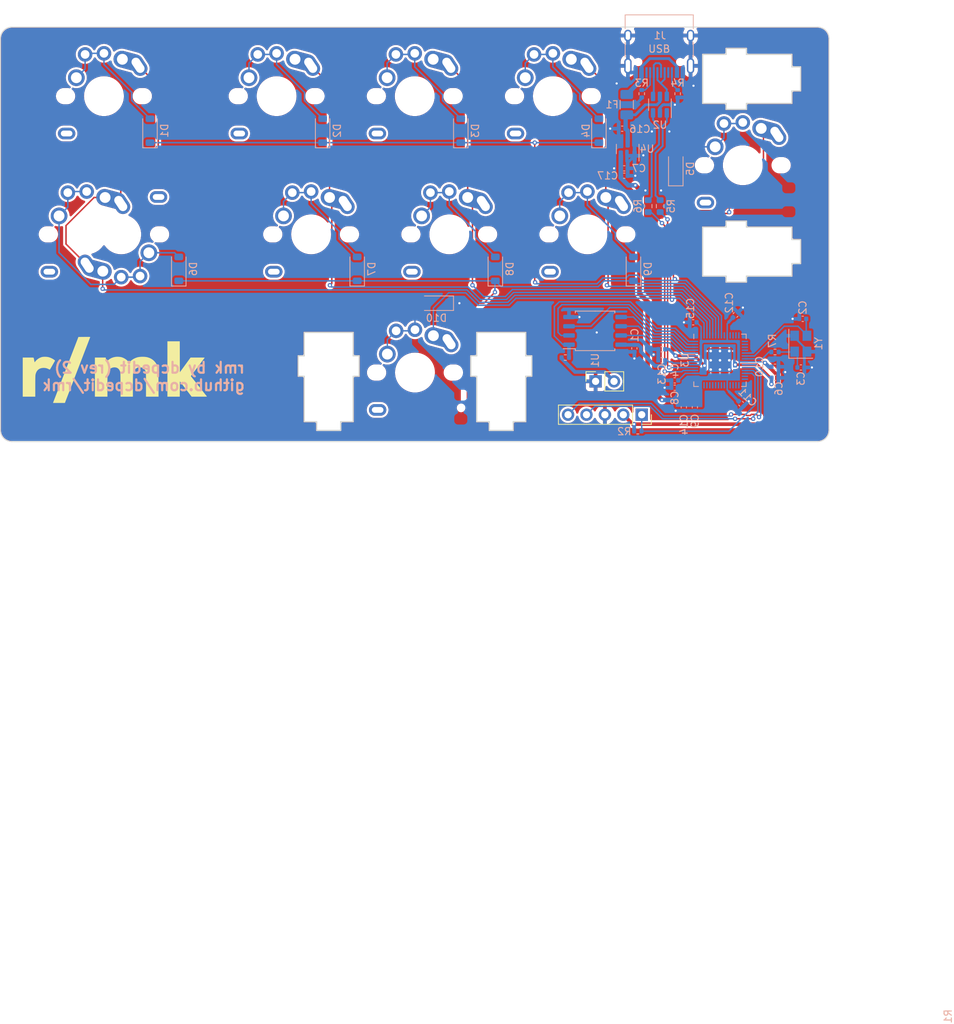
<source format=kicad_pcb>
(kicad_pcb (version 20221018) (generator pcbnew)
  (layers (0 "F.Cu" signal) (31 "B.Cu" signal) (34 "B.Paste" user) (35 "F.Paste" user) (36 "B.SilkS" user "B.Silkscreen") (37 "F.SilkS" user "F.Silkscreen") (38 "B.Mask" user) (39 "F.Mask" user) (44 "Edge.Cuts" user))
  (net 0 "")
  (net 1 "+3V3")
  (net 2 "GND")
  (net 3 "XTAL_IN")
  (net 4 "/XTAL_O")
  (net 5 "+1V1")
  (net 6 "+5V")
  (net 7 "VBUS")
  (net 8 "/CC1")
  (net 9 "D_USB_P")
  (net 10 "D_USB_N")
  (net 12 "/CC2")
  (net 14 "~{RESET}")
  (net 15 "SWD")
  (net 16 "SWCLK")
  (net 17 "/~{USB_BOOT}")
  (net 18 "CS")
  (net 19 "D_P")
  (net 20 "/D_+")
  (net 21 "D_N")
  (net 22 "/D_-")
  (net 23 "XTAL_OUT")
  (net 24 "SD1")
  (net 25 "SD2")
  (net 26 "SD0")
  (net 27 "QSPI_CLK")
  (net 28 "SD3")
  (net 29 "Net-(D1-A)")
  (net 30 "Net-(D2-A)")
  (net 31 "Net-(D3-A)")
  (net 32 "Net-(D4-A)")
  (net 33 "Net-(D5-A)")
  (net 34 "Net-(D6-A)")
  (net 35 "Net-(D7-A)")
  (net 36 "Net-(D8-A)")
  (net 37 "Net-(D9-A)")
  (net 38 "Net-(D10-A)")
  (net 39 "/ROW0")
  (net 40 "/ROW1")
  (net 41 "/COL0")
  (net 42 "/COL1")
  (net 43 "/COL2")
  (net 44 "/COL3")
  (net 45 "/COL4")
  (footprint "Footprints:Low Profile GC plus MX" (layer "F.Cu") (at 37.30625 111.91875)
    (fp_text reference "MX6.175" hide)
    (fp_text value "MX-NoLED")
  )
  (footprint "Footprints:Low Profile GC plus MX" (layer "F.Cu") (at 58.7375 92.86875 180)
    (fp_text reference "MX2" hide)
    (fp_text value "MX-NoLED")
  )
  (footprint "Connector_PinSocket_2.54mm:PinSocket_1x05_P2.54mm_Vertical" (layer "F.Cu") (at 109.093 136.779 -90)
    (fp_text reference "J2" hide)
    (fp_text value "SWD")
  )
  (footprint "Footprints:Low Profile GC plus MX" (layer "F.Cu") (at 77.7875 92.86875 180)
    (fp_text reference "MX3" hide)
    (fp_text value "MX-NoLED")
  )
  (footprint "Footprints:Low Profile GC plus MX" (layer "F.Cu") (at 77.81925 130.96875 180)
    (fp_text reference "MX10" hide)
    (fp_text value "MX-NoLED")
  )
  (footprint "Footprints:Low Profile GC plus MX" (layer "F.Cu") (at 96.8375 92.86875 180)
    (fp_text reference "MX4" hide)
    (fp_text value "MX-NoLED")
  )
  (footprint "Footprints:Low Profile GC plus MX" (layer "F.Cu") (at 82.55 111.91875 180)
    (fp_text reference "MX8" hide)
    (fp_text value "MX-NoLED")
  )
  (footprint "Footprints:Low Profile GC plus MX" (layer "F.Cu") (at 101.6 111.91875 180)
    (fp_text reference "MX9" hide)
    (fp_text value "MX-NoLED")
  )
  (footprint "Footprints:Stabalizers" (layer "F.Cu") (at 123.03125 102.39375 90)
    (fp_text reference "REF**" hide)
    (fp_text value "Stabalizers")
    (fp_line (start -16.100002 -2.3) (end -16.100002 0.499999) (stroke (width 0.15)) (layer "Edge.Cuts"))
    (fp_line (start -16.100002 0.499999) (end -15.275001 0.499999) (stroke (width 0.15)) (layer "Edge.Cuts"))
    (fp_line (start -15.275001 -5.529999) (end -15.275001 -2.3) (stroke (width 0.15)) (layer "Edge.Cuts"))
    (fp_line (start -15.275001 -2.3) (end -16.100002 -2.3) (stroke (width 0.15)) (layer "Edge.Cuts"))
    (fp_line (start -15.275001 0.499999) (end -15.275001 6.769) (stroke (width 0.15)) (layer "Edge.Cuts"))
    (fp_line (start -15.275001 6.769) (end -13.549999 6.769) (stroke (width 0.15)) (layer "Edge.Cuts"))
    (fp_line (start -13.549999 6.769) (end -13.549999 7.97) (stroke (width 0.15)) (layer "Edge.Cuts"))
    (fp_line (start -13.549999 7.97) (end -10.25 7.97) (stroke (width 0.15)) (layer "Edge.Cuts"))
    (fp_line (start -10.25 6.769) (end -8.525002 6.769) (stroke (width 0.15)) (layer "Edge.Cuts"))
    (fp_line (start -10.25 7.97) (end -10.25 6.769) (stroke (width 0.15)) (layer "Edge.Cuts"))
    (fp_line (start -8.525002 -5.529999) (end -15.275001 -5.529999) (stroke (width 0.15)) (layer "Edge.Cuts"))
    (fp_line (start -8.525002 -2.3) (end -8.525002 -5.529999) (stroke (width 0.15)) (layer "Edge.Cuts"))
    (fp_line (start -8.525002 0.499999) (end -7.699997 0.499999) (stroke (width 0.15)) (layer "Edge.Cuts"))
    (fp_line (start -8.525002 6.769) (end -8.525002 0.499999) (stroke (width 0.15)) (layer "Edge.Cuts"))
    (fp_line (start -7.699997 -2.3) (end -8.525002 -2.3) (stroke (width 0.15)) (layer "Edge.Cuts"))
    (fp_line (start -7.699997 0.499999) (end -7.699997 -2.3) (stroke (width 0.15)) (layer "Edge.Cuts"))
    (fp_line (start 7.699996 -2.3) (end 7.699996 0.499999) (stroke (width 0.15)) (layer "Edge.Cuts"))
    (fp_line (start 7.699996 0.499999) (end 8.524997 0.499999) (stroke (width 0.15)) (layer "Edge.Cuts"))
    (fp_line (start 8.524997 -5.529999) (end 8.524997 -2.3) (stroke (width 0.15)) (layer "Edge.Cuts"))
    (fp_line (start 8.524997 -2.3) (end 7.699996 -2.3) (stroke (width 0.15)) (layer "Edge.Cuts"))
    (fp_line (start 8.524997 0.499999) (end 8.524997 6.769) (stroke (width 0.15)) (layer "Edge.Cuts"))
    (fp_line (start 8.524997 6.769) (end 10.249995 6.769) (stroke (width 0.15)) (layer "Edge.Cuts"))
    (fp_line (start 10.249995 6.769) (end 10.249995 7.97) (stroke (width 0.15)) (layer "Edge.Cuts"))
    (fp_line (start 10.249995 7.97) (end 13.549998 7.97) (stroke (width 0.15)) (layer "Edge.Cuts"))
    (fp_line (start 13.549998 6.769) (end 15.274996 6.769) (stroke (width 0.15)) (layer "Edge.Cuts"))
    (fp_line (start 13.549998 7.97) (end 13.549998 6.769) (stroke (width 0.15)) (layer "Edge.Cuts"))
    (fp_line (start 15.274996 -5.529999) (end 8.524997 -5.529999) (stroke (width 0.15)) (layer "Edge.Cuts"))
    (fp_line (start 15.274996 -2.3) (end 15.274996 -5.529999) (stroke (width 0.15)) (layer "Edge.Cuts"))
    (fp_line (start 15.274996 0.499999) (end 16.100001 0.499999) (stroke (width 0.15)) (layer "Edge.Cuts"))
    (fp_line (start 15.274996 6.769) (end 15.274996 0.499999) (stroke (width 0.15)) (layer "Edge.Cuts"))
    (fp_line (start 16.100001 -2.3) (end 15.274996 -2.3) (stroke (width 0.15)) (layer "Edge.Cuts"))
    (fp_line (start 16.100001 0.499999) (end 16.100001 -2.3) (stroke (width 0.15)) (layer "Edge.Cuts"))
  )
  (footprint "Footprints:Low Profile GC plus MX" (layer "F.Cu") (at 123.03125 102.39375 180)
    (fp_text reference "MX5" hide)
    (fp_text value "MX-NoLED")
  )
  (footprint "Footprints:Low Profile GC plus MX" (layer "F.Cu") (at 63.5 111.91875 180)
    (fp_text reference "MX7" hide)
    (fp_text value "MX-NoLED")
  )
  (footprint "Connector_PinSocket_2.54mm:PinSocket_1x02_P2.54mm_Vertical" (layer "F.Cu") (at 102.73125 132.182 90)
    (fp_text reference "SW1" hide)
    (fp_text value "SW_Push" hide)
  )
  (footprint "Footprints:logo" (layer "F.Cu") (at 36.091558 131.216148)
    (fp_text reference "G***" hide)
    (fp_text value "LOGO" hide)
  )
  (footprint "Footprints:Low Profile GC plus MX" (layer "F.Cu") (at 34.925 92.86875 180)
    (fp_text reference "MX1" hide)
    (fp_text value "MX-NoLED")
  )
  (footprint "Footprints:Stabalizers" (layer "F.Cu") (at 77.81925 130.96875)
    (fp_text reference "REF**" hide)
    (fp_text value "Stabalizers")
    (fp_line (start -16.100002 -2.3) (end -16.100002 0.499999) (stroke (width 0.15)) (layer "Edge.Cuts"))
    (fp_line (start -16.100002 0.499999) (end -15.275001 0.499999) (stroke (width 0.15)) (layer "Edge.Cuts"))
    (fp_line (start -15.275001 -5.529999) (end -15.275001 -2.3) (stroke (width 0.15)) (layer "Edge.Cuts"))
    (fp_line (start -15.275001 -2.3) (end -16.100002 -2.3) (stroke (width 0.15)) (layer "Edge.Cuts"))
    (fp_line (start -15.275001 0.499999) (end -15.275001 6.769) (stroke (width 0.15)) (layer "Edge.Cuts"))
    (fp_line (start -15.275001 6.769) (end -13.549999 6.769) (stroke (width 0.15)) (layer "Edge.Cuts"))
    (fp_line (start -13.549999 6.769) (end -13.549999 7.97) (stroke (width 0.15)) (layer "Edge.Cuts"))
    (fp_line (start -13.549999 7.97) (end -10.25 7.97) (stroke (width 0.15)) (layer "Edge.Cuts"))
    (fp_line (start -10.25 6.769) (end -8.525002 6.769) (stroke (width 0.15)) (layer "Edge.Cuts"))
    (fp_line (start -10.25 7.97) (end -10.25 6.769) (stroke (width 0.15)) (layer "Edge.Cuts"))
    (fp_line (start -8.525002 -5.529999) (end -15.275001 -5.529999) (stroke (width 0.15)) (layer "Edge.Cuts"))
    (fp_line (start -8.525002 -2.3) (end -8.525002 -5.529999) (stroke (width 0.15)) (layer "Edge.Cuts"))
    (fp_line (start -8.525002 0.499999) (end -7.699997 0.499999) (stroke (width 0.15)) (layer "Edge.Cuts"))
    (fp_line (start -8.525002 6.769) (end -8.525002 0.499999) (stroke (width 0.15)) (layer "Edge.Cuts"))
    (fp_line (start -7.699997 -2.3) (end -8.525002 -2.3) (stroke (width 0.15)) (layer "Edge.Cuts"))
    (fp_line (start -7.699997 0.499999) (end -7.699997 -2.3) (stroke (width 0.15)) (layer "Edge.Cuts"))
    (fp_line (start 7.699996 -2.3) (end 7.699996 0.499999) (stroke (width 0.15)) (layer "Edge.Cuts"))
    (fp_line (start 7.699996 0.499999) (end 8.524997 0.499999) (stroke (width 0.15)) (layer "Edge.Cuts"))
    (fp_line (start 8.524997 -5.529999) (end 8.524997 -2.3) (stroke (width 0.15)) (layer "Edge.Cuts"))
    (fp_line (start 8.524997 -2.3) (end 7.699996 -2.3) (stroke (width 0.15)) (layer "Edge.Cuts"))
    (fp_line (start 8.524997 0.499999) (end 8.524997 6.769) (stroke (width 0.15)) (layer "Edge.Cuts"))
    (fp_line (start 8.524997 6.769) (end 10.249995 6.769) (stroke (width 0.15)) (layer "Edge.Cuts"))
    (fp_line (start 10.249995 6.769) (end 10.249995 7.97) (stroke (width 0.15)) (layer "Edge.Cuts"))
    (fp_line (start 10.249995 7.97) (end 13.549998 7.97) (stroke (width 0.15)) (layer "Edge.Cuts"))
    (fp_line (start 13.549998 6.769) (end 15.274996 6.769) (stroke (width 0.15)) (layer "Edge.Cuts"))
    (fp_line (start 13.549998 7.97) (end 13.549998 6.769) (stroke (width 0.15)) (layer "Edge.Cuts"))
    (fp_line (start 15.274996 -5.529999) (end 8.524997 -5.529999) (stroke (width 0.15)) (layer "Edge.Cuts"))
    (fp_line (start 15.274996 -2.3) (end 15.274996 -5.529999) (stroke (width 0.15)) (layer "Edge.Cuts"))
    (fp_line (start 15.274996 0.499999) (end 16.100001 0.499999) (stroke (width 0.15)) (layer "Edge.Cuts"))
    (fp_line (start 15.274996 6.769) (end 15.274996 0.499999) (stroke (width 0.15)) (layer "Edge.Cuts"))
    (fp_line (start 16.100001 -2.3) (end 15.274996 -2.3) (stroke (width 0.15)) (layer "Edge.Cuts"))
    (fp_line (start 16.100001 0.499999) (end 16.100001 -2.3) (stroke (width 0.15)) (layer "Edge.Cuts"))
  )
  (footprint "Footprints:Low Profile GC plus MX" (layer "F.Cu") (at 32.54375 111.91875 180)
    (fp_text reference "MX6" hide)
    (fp_text value "MX-NoLED")
  )
  (footprint "Diode_SMD:D_SOD-123" (layer "B.Cu") (at 69.85 116.68125 90)
    (fp_text reference "D7")
    (fp_text value "D")
  )
  (footprint "Capacitor_SMD:C_0402_1005Metric" (layer "B.Cu") (at 113.644018 132.04675 180)
    (fp_text reference "C4")
    (fp_text value "1uF")
  )
  (footprint "Package_TO_SOT_SMD:SOT-23" (layer "B.Cu") (at 107.15575 100.1525 90)
    (fp_text reference "U4")
    (fp_text value "XC6206PxxxMR-Regulator_Linear")
  )
  (footprint "Diode_SMD:D_SOD-123" (layer "B.Cu") (at 84.1375 97.63125 90)
    (fp_text reference "D3")
    (fp_text value "D")
  )
  (footprint "Resistor_SMD:R_0603_1608Metric" (layer "B.Cu") (at 109.982 108.029375 -90)
    (fp_text reference "R6")
    (fp_text value "27R")
  )
  (footprint "Fuse:Fuse_1206_3216Metric" (layer "B.Cu") (at 107.02925 94.0435 -90)
    (fp_text reference "F1")
    (fp_text value "500mA")
  )
  (footprint "Resistor_SMD:R_0402_1005Metric" (layer "B.Cu") (at 109.093 92.535375 -90)
    (fp_text reference "R3")
    (fp_text value "5k1")
  )
  (footprint "Resistor_SMD:R_0402_1005Metric" (layer "B.Cu") (at 114.046 92.535375 -90)
    (fp_text reference "R4")
    (fp_text value "5k1")
  )
  (footprint "Diode_SMD:D_SOD-123" (layer "B.Cu") (at 88.9 116.68125 90)
    (fp_text reference "D8")
    (fp_text value "D")
  )
  (footprint "Capacitor_SMD:C_0402_1005Metric" (layer "B.Cu") (at 122.803893 135.270893 -45)
    (fp_text reference "C11")
    (fp_text value "100nF")
  )
  (footprint "Capacitor_SMD:C_0402_1005Metric" (layer "B.Cu") (at 113.644018 133.06275 180)
    (fp_text reference "C8")
    (fp_text value "1uF")
  )
  (footprint "Diode_SMD:D_SOD-123" (layer "B.Cu") (at 80.773 121.412 180)
    (fp_text reference "D10")
    (fp_text value "D")
  )
  (footprint "Capacitor_SMD:C_0402_1005Metric" (layer "B.Cu") (at 106.68 103.838375 180)
    (fp_text reference "C17")
    (fp_text value "1uF")
  )
  (footprint "Diode_SMD:D_SOD-123" (layer "B.Cu") (at 41.275 97.63125 90)
    (fp_text reference "D1")
    (fp_text value "D")
  )
  (footprint "Capacitor_SMD:C_0402_1005Metric" (layer "B.Cu") (at 111.85025 129.281 180)
    (fp_text reference "C13")
    (fp_text value "100nF")
  )
  (footprint "Capacitor_SMD:C_0402_1005Metric" (layer "B.Cu") (at 106.39375 97.3585)
    (fp_text reference "C16")
    (fp_text value "1uF")
  )
  (footprint "Capacitor_SMD:C_0402_1005Metric" (layer "B.Cu") (at 127.47125 130.17)
    (fp_text reference "C10")
    (fp_text value "100nF")
  )
  (footprint "Capacitor_SMD:C_0402_1005Metric" (layer "B.Cu") (at 116.184018 124.04575 180)
    (fp_text reference "C15")
    (fp_text value "100nF" hide)
  )
  (footprint "Package_TO_SOT_SMD:SOT-23-6" (layer "B.Cu") (at 111.60125 94.0435 90)
    (fp_text reference "U2")
    (fp_text value "USBLC6-2SC6")
  )
  (footprint "Capacitor_SMD:C_0402_1005Metric" (layer "B.Cu") (at 127.47125 131.694)
    (fp_text reference "C6")
    (fp_text value "100nF")
  )
  (footprint "Resistor_SMD:R_0402_1005Metric" (layer "B.Cu") (at 98.552 128.905)
    (fp_text reference "R1")
    (fp_text value "1k")
  )
  (footprint "Diode_SMD:D_SOD-123" (layer "B.Cu") (at 45.24375 116.68125 90)
    (fp_text reference "D6")
    (fp_text value "D")
  )
  (footprint "Capacitor_SMD:C_0402_1005Metric" (layer "B.Cu") (at 111.85025 127.757 180)
    (fp_text reference "C5" hide)
    (fp_text value "100nF")
  )
  (footprint "Diode_SMD:D_SOD-123" (layer "B.Cu") (at 65.0875 97.63125 90)
    (fp_text reference "D2")
    (fp_text value "D")
  )
  (footprint "Capacitor_SMD:C_0402_1005Metric" (layer "B.Cu") (at 108.077 127.635 -90)
    (fp_text reference "C1")
    (fp_text value "100nF" hide)
  )
  (footprint "Capacitor_SMD:C_0402_1005Metric" (layer "B.Cu") (at 131.297018 123.566)
    (fp_text reference "C2")
    (fp_text value "22pF")
  )
  (footprint "Capacitor_SMD:C_0402_1005Metric" (layer "B.Cu") (at 116.42225 135.758 -90)
    (fp_text reference "C9")
    (fp_text value "100nF")
  )
  (footprint "Capacitor_SMD:C_0402_1005Metric" (layer "B.Cu") (at 106.68 102.822375)
    (fp_text reference "C7")
    (fp_text value "10uF")
  )
  (footprint "Capacitor_SMD:C_0402_1005Metric" (layer "B.Cu") (at 131.043018 130.26875 180)
    (fp_text reference "C3")
    (fp_text value "22pF")
  )
  (footprint "Resistor_SMD:R_0603_1608Metric" (layer "B.Cu") (at 111.633 108.029375 -90)
    (fp_text reference "R5")
    (fp_text value "27R")
  )
  (footprint "Sleep-Lib:RP2040-QFN-56" (layer "B.Cu") (at 119.883 129.281 -90)
    (fp_text reference "U3")
    (fp_text value "RP2040")
  )
  (footprint "Crystal:Crystal_SMD_3225-4Pin_3.2x2.5mm" (layer "B.Cu") (at 131.02725 126.995 90)
    (fp_text reference "Y1")
    (fp_text value "12MHz")
  )
  (footprint "Package_SO:SOIC-8_5.23x5.23mm_P1.27mm" (layer "B.Cu") (at 102.66 125.222)
    (fp_text reference "U1")
    (fp_text value "W25Q128JVS")
  )
  (footprint "Resistor_SMD:R_0402_1005Metric" (layer "B.Cu") (at 108.55325 139.049125)
    (fp_text reference "R2")
    (fp_text value "1k")
  )
  (footprint "Diode_SMD:D_SOD-123" (layer "B.Cu") (at 103.1875 97.63125 90)
    (fp_text reference "D4")
    (fp_text value "D")
  )
  (footprint "Capacitor_SMD:C_0402_1005Metric" (layer "B.Cu") (at 122.026018 123.02975 45)
    (fp_text reference "C12")
    (fp_text value "100nF")
  )
  (footprint "Connector_USB:USB_C_Receptacle_HRO_TYPE-C-31-M-12" (layer "B.Cu") (at 111.506 85.56625)
    (fp_text reference "J1")
    (fp_text value "USB_C_Receptacle_USB2.0")
  )
  (footprint "Diode_SMD:D_SOD-123" (layer "B.Cu") (at 107.95 116.68125 90)
    (fp_text reference "D9")
    (fp_text value "D")
  )
  (footprint "Resistor_SMD:R_0402_1005Metric" (layer "B.Cu") (at 127.47125 128.138 180)
    (fp_text reference "R7")
    (fp_text value "1k")
  )
  (footprint "Diode_SMD:D_SOD-123" (layer "B.Cu") (at 113.792 102.87 90)
    (fp_text reference "D5")
    (fp_text value "D")
  )
  (footprint "Capacitor_SMD:C_0402_1005Metric" (layer "B.Cu") (at 114.89825 135.758 -90)
    (fp_text reference "C14")
    (fp_text value "100nF")
  )
  (gr_line (start 134.9375 84.93125) (end 134.9375 138.90625) (stroke (width 0.1)) (layer "Edge.Cuts"))
  (gr_arc (start 22.225 140.49375) (mid 21.102468 140.028782) (end 20.6375 138.90625) (stroke (width 0.1)) (layer "Edge.Cuts"))
  (gr_arc (start 20.6375 84.93125) (mid 21.102468 83.808718) (end 22.225 83.34375) (stroke (width 0.1)) (layer "Edge.Cuts"))
  (gr_line (start 20.6375 138.90625) (end 20.6375 84.93125) (stroke (width 0.1)) (layer "Edge.Cuts"))
  (gr_line (start 133.35 140.49375) (end 22.225 140.49375) (stroke (width 0.1)) (layer "Edge.Cuts"))
  (gr_arc (start 134.9375 138.90625) (mid 134.472532 140.028782) (end 133.35 140.49375) (stroke (width 0.1)) (layer "Edge.Cuts"))
  (gr_arc (start 133.35 83.34375) (mid 134.472532 83.808718) (end 134.9375 84.93125) (stroke (width 0.1)) (layer "Edge.Cuts"))
  (gr_line (start 22.225 83.34375) (end 133.35 83.34375) (stroke (width 0.1)) (layer "Edge.Cuts"))
  (gr_text "USB" (at 111.506 86.36) (layer "B.SilkS") (effects (font (size 1 1))))
  (gr_text "rmk by dcpedit (rev 2)\ngithub.com/dcpedit/rmk" (at 54.5084 133.604) (layer "B.SilkS") (effects (font (size 1.5 1.5) (thickness 0.3) bold) (justify left bottom mirror)))
  (segment (start 107.861922 138.087922) (end 106.553 136.779) (width 0.5) (layer "F.Cu") (net 1))
  (segment (start 108.204 105.156) (end 108.7835 105.7355) (width 0.635) (layer "F.Cu") (net 1))
  (segment (start 108.7835 105.7355) (end 108.7835 120.0865) (width 0.635) (layer "F.Cu") (net 1))
  (segment (start 108.045789 138.087922) (end 107.861922 138.087922) (width 0.5) (layer "F.Cu") (net 1))
  (segment (start 109.905518 132.765518) (end 111.887 134.747) (width 0.635) (layer "F.Cu") (net 1))
  (segment (start 127.729018 136.481782) (end 126.122878 138.087922) (width 0.5) (layer "F.Cu") (net 1))
  (segment (start 127.729018 131.27275) (end 127.729018 136.481782) (width 0.5) (layer "F.Cu") (net 1))
  (segment (start 126.090018 129.63375) (end 127.729018 131.27275) (width 0.5) (layer "F.Cu") (net 1))
  (segment (start 108.7835 120.0865) (end 109.905518 121.208518) (width 0.635) (layer "F.Cu") (net 1))
  (segment (start 126.122878 138.087922) (end 108.045789 138.087922) (width 0.5) (layer "F.Cu") (net 1))
  (segment (start 109.905518 121.208518) (end 109.905518 132.765518) (width 0.635) (layer "F.Cu") (net 1))
  (via (at 111.887 134.747) (size 0.6) (drill 0.3) (layers "F.Cu" "B.Cu") (net 1))
  (via (at 108.204 105.156) (size 0.6) (drill 0.3) (layers "F.Cu" "B.Cu") (net 1))
  (via (at 108.045789 138.087922) (size 0.6) (drill 0.3) (layers "F.Cu" "B.Cu") (net 1))
  (via (at 126.090018 129.63375) (size 0.6) (drill 0.3) (layers "F.Cu" "B.Cu") (net 1))
  (segment (start 113.489018 134.747) (end 114.124018 134.112) (width 0.635) (layer "B.Cu") (net 1))
  (segment (start 120.883 133.35) (end 121.137018 133.604018) (width 0.2) (layer "B.Cu") (net 1))
  (segment (start 108.077 127.155) (end 106.288 127.155) (width 0.5) (layer "B.Cu") (net 1))
  (segment (start 113.263018 129.50675) (end 113.415418 129.65915) (width 0.2) (layer "B.Cu") (net 1))
  (segment (start 116.4455 131.481) (end 116.0455 131.881) (width 0.2) (layer "B.Cu") (net 1))
  (segment (start 114.89825 135.278) (end 116.42225 135.278) (width 0.381) (layer "B.Cu") (net 1))
  (segment (start 123.3205 129.481) (end 122.59125 129.481) (width 0.2) (layer "B.Cu") (net 1))
  (segment (start 106.2 102.822375) (end 106.2 103.838375) (width 0.635) (layer "B.Cu") (net 1))
  (segment (start 116.4455 129.881) (end 117.03925 129.881) (width 0.2) (layer "B.Cu") (net 1))
  (segment (start 108.966 127.508) (end 108.966 128.08675) (width 0.5) (layer "B.Cu") (net 1))
  (segment (start 114.124018 133.06275) (end 114.124018 134.112) (width 0.5) (layer "B.Cu") (net 1))
  (segment (start 121.0825 124.04575) (end 120.883 124.24525) (width 0.2) (layer "B.Cu") (net 1))
  (segment (start 111.887 134.747) (end 113.489018 134.747) (width 0.635) (layer "B.Cu") (net 1))
  (segment (start 125.937268 129.481) (end 123.3205 129.481) (width 0.2) (layer "B.Cu") (net 1))
  (segment (start 106.20575 102.816625) (end 106.2 102.822375) (width 0.381) (layer "B.Cu") (net 1))
  (segment (start 113.415418 129.65915) (end 115.5304 129.65915) (width 0.2) (layer "B.Cu") (net 1))
  (segment (start 117.283 132.7185) (end 117.283 131.84925) (width 0.2) (layer "B.Cu") (net 1))
  (segment (start 116.4455 131.881) (end 115.305768 131.881) (width 0.2) (layer "B.Cu") (net 1))
  (segment (start 113.263018 129.50675) (end 112.851 129.50675) (width 0.2) (layer "B.Cu") (net 1))
  (segment (start 121.0825 124.04575) (end 121.0825 124.001268) (width 0.381) (layer "B.Cu") (net 1))
  (segment (start 116.97125 131.481) (end 116.4455 131.481) (width 0.2) (layer "B.Cu") (net 1))
  (segment (start 117.31125 131.821) (end 116.97125 131.481) (width 0.2) (layer "B.Cu") (net 1))
  (segment (start 112.014 130.048) (end 112.33025 129.73175) (width 0.5) (layer "B.Cu") (net 1))
  (segment (start 107.23778 105.156) (end 108.204 105.156) (width 0.635) (layer "B.Cu") (net 1))
  (segment (start 112.33025 129.73175) (end 112.33025 129.281) (width 0.5) (layer "B.Cu") (net 1))
  (segment (start 108.045789 139.046586) (end 108.04325 139.049125) (width 0.5) (layer "B.Cu") (net 1))
  (segment (start 116.4455 129.481) (end 117.301268 129.481) (width 0.2) (layer "B.Cu") (net 1))
  (segment (start 117.24425 131.881) (end 117.31125 131.948) (width 0.2) (layer "B.Cu") (net 1))
  (segment (start 116.42225 134.983) (end 116.42225 135.278) (width 0.381) (layer "B.Cu") (net 1))
  (segment (start 126.090018 129.63375) (end 125.937268 129.481) (width 0.2) (layer "B.Cu") (net 1))
  (segment (start 112.851 129.50675) (end 112.62525 129.281) (width 0.2) (layer "B.Cu") (net 1))
  (segment (start 106.2 103.838375) (end 106.2 104.11822) (width 0.635) (layer "B.Cu") (net 1))
  (segment (start 108.966 128.08675) (end 110.92725 130.048) (width 0.5) (layer "B.Cu") (net 1))
  (segment (start 117.283 132.7185) (end 117.283 134.12225) (width 0.2) (layer "B.Cu") (net 1))
  (segment (start 116.4455 131.881) (end 117.24425 131.881) (width 0.2) (layer "B.Cu") (net 1))
  (segment (start 120.883 132.7185) (end 120.883 131.83675) (width 0.2) (layer "B.Cu") (net 1))
  (segment (start 117.283 127.010768) (end 117.200018 127.09375) (width 0.2) (layer "B.Cu") (net 1))
  (segment (start 120.883 125.8435) (end 120.883 126.59825) (width 0.2) (layer "B.Cu") (net 1))
  (segment (start 106.2 104.11822) (end 107.23778 105.156) (width 0.635) (layer "B.Cu") (net 1))
  (segment (start 108.966 127.508) (end 108.613 127.155) (width 0.5) (layer "B.Cu") (net 1))
  (segment (start 115.71425 129.481) (end 116.4455 129.481) (width 0.2) (layer "B.Cu") (net 1))
  (segment (start 117.283 124.664732) (end 116.664018 124.04575) (width 0.2) (layer "B.Cu") (net 1))
  (segment (start 117.283 125.8435) (end 117.283 127.010768) (width 0.2) (layer "B.Cu") (net 1))
  (segment (start 108.613 127.155) (end 108.077 127.155) (width 0.5) (layer "B.Cu") (net 1))
  (segment (start 117.283 134.12225) (end 116.42225 134.983) (width 0.2) (layer "B.Cu") (net 1))
  (segment (start 117.301268 129.481) (end 117.327018 129.50675) (width 0.2) (layer "B.Cu") (net 1))
  (segment (start 115.53325 129.662) (end 115.71425 129.481) (width 0.2) (layer "B.Cu") (net 1))
  (segment (start 121.0825 124.001268) (end 121.673018 123.41075) (width 0.381) (layer "B.Cu") (net 1))
  (segment (start 120.883 126.59825) (end 120.86725 126.614) (width 0.2) (layer "B.Cu") (net 1))
  (segment (start 106.20575 101.09) (end 106.20575 102.816625) (width 0.635) (layer "B.Cu") (net 1))
  (segment (start 115.5304 129.65915) (end 115.53325 129.662) (width 0.2) (layer "B.Cu") (net 1))
  (segment (start 126.626268 130.17) (end 126.99125 130.17) (width 0.5) (layer "B.Cu") (net 1))
  (segment (start 126.090018 129.63375) (end 126.626268 130.17) (width 0.5) (layer "B.Cu") (net 1))
  (segment (start 110.92725 130.048) (end 112.014 130.048) (width 0.5) (layer "B.Cu") (net 1))
  (segment (start 115.305768 131.881) (end 114.124018 133.06275) (width 0.2) (layer "B.Cu") (net 1))
  (segment (start 108.045789 138.087922) (end 108.045789 139.046586) (width 0.5) (layer "B.Cu") (net 1))
  (segment (start 116.4455 129.881) (end 115.75225 129.881) (width 0.2) (layer "B.Cu") (net 1))
  (segment (start 121.137018 133.604018) (end 122.464482 134.931482) (width 0.381) (layer "B.Cu") (net 1))
  (segment (start 120.883 133.35) (end 120.883 132.7185) (width 0.2) (layer "B.Cu") (net 1))
  (segment (start 117.283 125.8435) (end 117.283 124.664732) (width 0.2) (layer "B.Cu") (net 1))
  (segment (start 120.883 124.24525) (end 120.883 125.8435) (width 0.2) (layer "B.Cu") (net 1))
  (segment (start 117.283 131.84925) (end 117.31125 131.821) (width 0.2) (layer "B.Cu") (net 1))
  (segment (start 115.75225 129.881) (end 115.53325 129.662) (width 0.2) (layer "B.Cu") (net 1))
  (segment (start 118.608 130.556) (end 118.608 128.006) (width 0.635) (layer "F.Cu") (net 2))
  (segment (start 121.158 130.556) (end 118.608 130.556) (width 0.635) (layer "F.Cu") (net 2))
  (segment (start 121.158 128.006) (end 118.608 128.006) (width 0.635) (layer "F.Cu") (net 2))
  (segment (start 120.858 130.256) (end 121.158 130.556) (width 0.635) (layer "F.Cu") (net 2))
  (segment (start 119.883 130.556) (end 119.883 128.006) (width 0.635) (layer "F.Cu") (net 2))
  (segment (start 121.158 128.006) (end 120.858 128.306) (width 0.635) (layer "F.Cu") (net 2))
  (segment (start 118.608 129.281) (end 121.158 129.281) (width 0.635) (layer "F.Cu") (net 2))
  (segment (start 120.858 128.306) (end 120.858 130.256) (width 0.635) (layer "F.Cu") (net 2))
  (via (at 116.2304 91.44) (size 0.6) (drill 0.3) (layers "F.Cu" "B.Cu") (net 2))
  (via (at 109.601 105.870375) (size 0.6) (drill 0.3) (layers "F.Cu" "B.Cu") (net 2))
  (via (at 110.49 97.742375) (size 0.6) (drill 0.3) (layers "F.Cu" "B.Cu") (net 2))
  (via (at 114.914018 124.04575) (size 0.6) (drill 0.3) (layers "F.Cu" "B.Cu") (net 2))
  (via (at 112.247018 133.06275) (size 0.6) (drill 0.3) (layers "F.Cu" "B.Cu") (net 2))
  (via (at 109.31525 101.0285) (size 0.6) (drill 0.3) (layers "F.Cu" "B.Cu") (net 2))
  (via (at 128.884018 130.90375) (size 0.6) (drill 0.3) (layers "F.Cu" "B.Cu") (net 2))
  (via (at 113.771018 136.23775) (size 0.6) (drill 0.3) (layers "F.Cu" "B.Cu") (net 2))
  (via (at 112.903 97.742375) (size 0.6) (drill 0.3) (layers "F.Cu" "B.Cu") (net 2))
  (via (at 123.8504 134.9248) (size 0.6) (drill 0.3) (layers "F.Cu" "B.Cu") (net 2))
  (via (at 105.283 102.822375) (size 0.6) (drill 0.3) (layers "F.Cu" "B.Cu") (net 2))
  (via (at 100.501 123.317) (size 0.6) (drill 0.3) (layers "F.Cu" "B.Cu") (net 2))
  (via (at 113.665 94.059375) (size 0.6) (drill 0.3) (layers "F.Cu" "B.Cu") (net 2))
  (via (at 110.723018 128.49075) (size 0.6) (drill 0.3) (layers "F.Cu" "B.Cu") (net 2))
  (via (at 111.76 105.870375) (size 0.6) (drill 0.3) (layers "F.Cu" "B.Cu") (net 2))
  (via (at 129.900018 123.566) (size 0.6) (drill 0.3) (layers "F.Cu" "B.Cu") (net 2))
  (via (at 105.63225 91.1225) (size 0.6) (drill 0.3) (layers "F.Cu" "B.Cu") (net 2))
  (via (at 104.74325 97.3455) (size 0.6) (drill 0.3) (layers "F.Cu" "B.Cu") (net 2))
  (via (at 108.204 103.838375) (size 0.6) (drill 0.3) (layers "F.Cu" "B.Cu") (net 2))
  (via (at 108.077 129.032) (size 0.6) (drill 0.3) (layers "F.Cu" "B.Cu") (net 2))
  (via (at 132.567018 130.26875) (size 0.6) (drill 0.3) (layers "F.Cu" "B.Cu") (net 2))
  (via (at 123.042018 122.01375) (size 0.6) (drill 0.3) (layers "F.Cu" "B.Cu") (net 2))
  (via (at 102.885875 125.44425) (size 0.6) (drill 0.3) (layers "F.Cu" "B.Cu") (net 2))
  (segment (start 107.16 102.822375) (end 107.16 102.03575) (width 0.381) (layer "B.Cu") (net 2))
  (segment (start 108.077 128.115) (end 108.077 129.032) (width 0.5) (layer "B.Cu") (net 2))
  (segment (start 114.89825 136.238) (end 116.42225 136.238) (width 0.381) (layer "B.Cu") (net 2))
  (segment (start 116.1669 91.3765) (end 116.2304 91.44) (width 0.381) (layer "B.Cu") (net 2))
  (segment (start 129.192244 123.566) (end 129.900018 123.566) (width 0.2) (layer "B.Cu") (net 2))
  (segment (start 114.756 90.59425) (end 115.53825 91.3765) (width 0.381) (layer "B.Cu") (net 2))
  (segment (start 109.093 93.170375) (end 108.331 93.932375) (width 0.381) (layer "B.Cu") (net 2))
  (segment (start 114.756 89.61125) (end 114.756 90.59425) (width 0.381) (layer "B.Cu") (net 2))
  (segment (start 107.16 103.838375) (end 108.204 103.838375) (width 0.381) (layer "B.Cu") (net 2))
  (segment (start 123.143304 135.610304) (end 123.164896 135.610304) (width 0.381) (layer "B.Cu") (net 2))
  (segment (start 107.66425 90.9955) (end 107.53725 91.1225) (width 0.381) (layer "B.Cu") (net 2))
  (segment (start 108.256 90.40375) (end 107.66425 90.9955) (width 0.381) (layer "B.Cu") (net 2))
  (segment (start 105.91375 97.3585) (end 104.75625 97.3585) (width 0.5) (layer "B.Cu") (net 2))
  (segment (start 108.10575 101.09) (end 109.25375 101.09) (width 0.5) (layer "B.Cu") (net 2))
  (segment (start 113.164018 133.06275) (end 112.247018 133.06275) (width 0.2) (layer "B.Cu") (net 2))
  (segment (start 109.093 93.045375) (end 109.093 93.170375) (width 0.381) (layer "B.Cu") (net 2))
  (segment (start 123.164896 135.610304) (end 123.8504 134.9248) (width 0.381) (layer "B.Cu") (net 2))
  (segment (start 107.16 102.03575) (end 108.10575 101.09) (width 0.381) (layer "B.Cu") (net 2))
  (segment (start 112.014 94.059375) (end 113.032 94.059375) (width 0.381) (layer "B.Cu") (net 2))
  (segment (start 131.87725 127.848022) (end 130.17725 126.148022) (width 0.254) (layer "B.Cu") (net 2))
  (segment (start 124.477244 128.281) (end 129.192244 123.566) (width 0.2) (layer "B.Cu") (net 2))
  (segment (start 104.75625 97.3585) (end 104.74325 97.3455) (width 0.5) (layer "B.Cu") (net 2))
  (segment (start 108.256 89.61125) (end 108.256 90.40375) (width 0.381) (layer "B.Cu") (net 2))
  (segment (start 115.53825 91.3765) (end 116.1669 91.3765) (width 0.381) (layer "B.Cu") (net 2))
  (segment (start 131.523018 130.26875) (end 132.567018 130.26875) (width 0.381) (layer "B.Cu") (net 2))
  (segment (start 123.3205 128.281) (end 124.477244 128.281) (width 0.2) (layer "B.Cu") (net 2))
  (segment (start 113.771018 136.23775) (end 114.898 136.23775) (width 0.381) (layer "B.Cu") (net 2))
  (segment (start 131.523018 130.26875) (end 131.523018 128.449232) (width 0.381) (layer "B.Cu") (net 2))
  (segment (start 115.704018 124.04575) (end 114.914018 124.04575) (width 0.381) (layer "B.Cu") (net 2))
  (segment (start 122.365429 122.690339) (end 123.042018 122.01375) (width 0.381) (layer "B.Cu") (net 2))
  (segment (start 111.60125 95.181) (end 111.60125 94.472125) (width 0.381) (layer "B.Cu") (net 2))
  (segment (start 99.06 123.317) (end 100.501 123.317) (width 0.381) (layer "B.Cu") (net 2))
  (segment (start 111.60125 94.472125) (end 112.014 94.059375) (width 0.381) (layer "B.Cu") (net 2))
  (segment (start 107.53725 91.1225) (end 105.63225 91.1225) (width 0.381) (layer "B.Cu") (net 2))
  (segment (start 111.37025 127.757) (end 111.37025 129.281) (width 0.5) (layer "B.Cu") (net 2))
  (segment (start 109.25375 101.09) (end 109.31525 101.0285) (width 0.5) (layer "B.Cu") (net 2))
  (segment (start 129.900018 123.566) (end 130.817018 123.566) (width 0.381) (layer "B.Cu") (net 2))
  (segment (start 123.3205 128.681) (end 124.64225 128.681) (width 0.2) (layer "B.Cu") (net 3))
  (segment (start 128.74125 124.582) (end 130.64625 124.582) (width 0.2) (layer "B.Cu") (net 3))
  (segment (start 124.64225 128.681) (end 128.74125 124.582) (width 0.2) (layer "B.Cu") (net 3))
  (segment (start 131.777018 123.566) (end 131.777018 125.794768) (width 0.2) (layer "B.Cu") (net 3))
  (segment (start 130.64625 124.582) (end 131.87725 125.813) (width 0.2) (layer "B.Cu") (net 3))
  (segment (start 130.563018 130.26875) (end 130.563018 128.480768) (width 0.2) (layer "B.Cu") (net 4))
  (segment (start 130.13425 128.138) (end 127.98125 128.138) (width 0.2) (layer "B.Cu") (net 4))
  (segment (start 121.9825 129.88775) (end 125.03 129.88775) (width 0.381) (layer "F.Cu") (net 5))
  (segment (start 117.74525 130.01475) (end 116.3765 128.646) (width 0.381) (layer "F.Cu") (net 5))
  (segment (start 126.979018 131.836768) (end 126.979018 132.55475) (width 0.381) (layer "F.Cu") (net 5))
  (segment (start 125.03 129.88775) (end 126.979018 131.836768) (width 0.381) (layer "F.Cu") (net 5))
  (segment (start 116.3765 128.646) (end 113.75525 128.646) (width 0.381) (layer "F.Cu") (net 5))
  (via (at 117.74525 130.01475) (size 0.6) (drill 0.35) (layers "F.Cu" "B.Cu") (net 5))
  (via (at 113.75525 128.646) (size 0.6) (drill 0.3) (layers "F.Cu" "B.Cu") (net 5))
  (via (at 126.979018 132.55475) (size 0.6) (drill 0.3) (layers "F.Cu" "B.Cu") (net 5))
  (via (at 121.9825 129.88775) (size 0.6) (drill 0.35) (layers "F.Cu" "B.Cu") (net 5))
  (segment (start 124.88325 129.881) (end 123.3205 129.881) (width 0.2) (layer "B.Cu") (net 5))
  (segment (start 126.979018 132.55475) (end 126.99125 132.542518) (width 0.5) (layer "B.Cu") (net 5))
  (segment (start 114.19025 129.081) (end 116.4455 129.081) (width 0.2) (layer "B.Cu") (net 5))
  (segment (start 116.4455 131.081) (end 117.28925 131.081) (width 0.2) (layer "B.Cu") (net 5))
  (segment (start 126.99125 132.542518) (end 126.99125 131.694) (width 0.5) (layer "B.Cu") (net 5))
  (segment (start 115.089768 131.081) (end 114.124018 132.04675) (width 0.2) (layer "B.Cu") (net 5))
  (segment (start 117.74525 130.01475) (end 117.817037 129.942963) (width 0.381) (layer "B.Cu") (net 5))
  (segment (start 116.4455 131.081) (end 115.089768 131.081) (width 0.2) (layer "B.Cu") (net 5))
  (segment (start 117.28925 131.081) (end 117.43825 130.932) (width 0.2) (layer "B.Cu") (net 5))
  (segment (start 126.69625 131.694) (end 124.88325 129.881) (width 0.2) (layer "B.Cu") (net 5))
  (segment (start 113.75525 128.646) (end 112.86625 127.757) (width 0.381) (layer "B.Cu") (net 5))
  (segment (start 112.86625 127.757) (end 112.62525 127.757) (width 0.381) (layer "B.Cu") (net 5))
  (segment (start 113.75525 128.646) (end 114.19025 129.081) (width 0.2) (layer "B.Cu") (net 5))
  (segment (start 107.15575 97.6405) (end 106.87375 97.3585) (width 0.6) (layer "B.Cu") (net 6))
  (segment (start 111.19302 94.059375) (end 109.601 94.059375) (width 0.381) (layer "B.Cu") (net 6))
  (segment (start 111.60125 93.651145) (end 111.19302 94.059375) (width 0.381) (layer "B.Cu") (net 6))
  (segment (start 108.216875 95.4435) (end 107.02925 95.4435) (width 0.381) (layer "B.Cu") (net 6))
  (segment (start 111.60125 92.906) (end 111.60125 93.651145) (width 0.381) (layer "B.Cu") (net 6))
  (segment (start 109.601 94.059375) (end 108.216875 95.4435) (width 0.381) (layer "B.Cu") (net 6))
  (segment (start 107.15575 99.215) (end 107.15575 97.6405) (width 0.6) (layer "B.Cu") (net 6))
  (segment (start 106.87375 97.3585) (end 106.87375 95.599) (width 0.6) (layer "B.Cu") (net 6))
  (segment (start 109.056 88.84175) (end 110.20425 87.6935) (width 0.381) (layer "B.Cu") (net 7))
  (segment (start 113.956 88.80883) (end 113.956 89.61125) (width 0.381) (layer "B.Cu") (net 7))
  (segment (start 112.84067 87.6935) (end 113.956 88.80883) (width 0.381) (layer "B.Cu") (net 7))
  (segment (start 110.20425 87.6935) (end 112.84067 87.6935) (width 0.381) (layer "B.Cu") (net 7))
  (segment (start 109.056 90.61675) (end 107.02925 92.6435) (width 0.6) (layer "B.Cu") (net 7))
  (segment (start 109.056 89.61125) (end 109.056 88.84175) (width 0.381) (layer "B.Cu") (net 7))
  (segment (start 109.056 89.61125) (end 109.056 90.61675) (width 0.6) (layer "B.Cu") (net 7))
  (segment (start 109.555375 92.025375) (end 109.093 92.025375) (width 0.2) (layer "B.Cu") (net 8))
  (segment (start 110.256 91.32475) (end 109.555375 92.025375) (width 0.2) (layer "B.Cu") (net 8))
  (segment (start 110.256 89.61125) (end 110.256 91.32475) (width 0.2) (layer "B.Cu") (net 8))
  (segment (start 111.699796 91.083068) (end 112.55125 91.934522) (width 0.254) (layer "B.Cu") (net 9))
  (segment (start 111.256 89.61125) (end 111.256 90.639272) (width 0.254) (layer "B.Cu") (net 9))
  (segment (start 112.55125 91.934522) (end 112.55125 92.906) (width 0.254) (layer "B.Cu") (net 9))
  (segment (start 111.699796 91.083068) (end 112.256 90.526864) (width 0.254) (layer "B.Cu") (net 9))
  (segment (start 111.256 90.639272) (end 111.699796 91.083068) (width 0.254) (layer "B.Cu") (net 9))
  (segment (start 112.256 90.526864) (end 112.256 89.61125) (width 0.254) (layer "B.Cu") (net 9))
  (segment (start 111.756 88.583228) (end 111.756 89.61125) (width 0.254) (layer "B.Cu") (net 10))
  (segment (start 110.756 92.80125) (end 110.756 89.61125) (width 0.254) (layer "B.Cu") (net 10))
  (segment (start 110.756 88.583228) (end 111.010728 88.3285) (width 0.254) (layer "B.Cu") (net 10))
  (segment (start 111.501272 88.3285) (end 111.756 88.583228) (width 0.254) (layer "B.Cu") (net 10))
  (segment (start 110.756 89.61125) (end 110.756 88.583228) (width 0.254) (layer "B.Cu") (net 10))
  (segment (start 111.010728 88.3285) (end 111.501272 88.3285) (width 0.254) (layer "B.Cu") (net 10))
  (segment (start 113.256 89.61125) (end 113.256 91.235375) (width 0.2) (layer "B.Cu") (net 12))
  (segment (start 113.256 91.235375) (end 114.046 92.025375) (width 0.2) (layer "B.Cu") (net 12))
  (segment (start 109.06325 139.049125) (end 109.093 139.019375) (width 0.2) (layer "B.Cu") (net 14))
  (segment (start 123.3205 131.081) (end 124.292274 131.081) (width 0.2) (layer "B.Cu") (net 14))
  (segment (start 124.292274 131.081) (end 124.711538 131.500264) (width 0.2) (layer "B.Cu") (net 14))
  (segment (start 121.108626 139.049125) (end 109.06325 139.049125) (width 0.2) (layer "B.Cu") (net 14))
  (segment (start 124.711538 131.500264) (end 124.711538 135.446213) (width 0.2) (layer "B.Cu") (net 14))
  (segment (start 124.711538 135.446213) (end 121.108626 139.049125) (width 0.2) (layer "B.Cu") (net 14))
  (segment (start 109.093 139.019375) (end 109.093 136.779) (width 0.2) (layer "B.Cu") (net 14))
  (segment (start 124.464102 137.338422) (end 121.9708 137.338422) (width 0.2) (layer "F.Cu") (net 15))
  (via (at 124.464102 137.338422) (size 0.6) (drill 0.3) (layers "F.Cu" "B.Cu") (net 15))
  (via (at 121.9708 137.338422) (size 0.6) (drill 0.3) (layers "F.Cu" "B.Cu") (net 15))
  (segment (start 110.243 135.629) (end 111.952422 137.338422) (width 0.2) (layer "B.Cu") (net 15))
  (segment (start 123.3205 130.681) (end 124.45796 130.681) (width 0.2) (layer "B.Cu") (net 15))
  (segment (start 101.473 136.779) (end 102.623 135.629) (width 0.2) (layer "B.Cu") (net 15))
  (segment (start 124.464102 137.056898) (end 124.464102 137.338422) (width 0.2) (layer "B.Cu") (net 15))
  (segment (start 125.111538 136.409462) (end 124.464102 137.056898) (width 0.2) (layer "B.Cu") (net 15))
  (segment (start 102.623 135.629) (end 110.243 135.629) (width 0.2) (layer "B.Cu") (net 15))
  (segment (start 125.111538 131.334579) (end 125.111538 136.409462) (width 0.2) (layer "B.Cu") (net 15))
  (segment (start 124.45796 130.681) (end 125.111538 131.334579) (width 0.2) (layer "B.Cu") (net 15))
  (segment (start 111.952422 137.338422) (end 121.9708 137.338422) (width 0.2) (layer "B.Cu") (net 15))
  (segment (start 124.902022 136.738422) (end 125.266211 137.102611) (width 0.2) (layer "F.Cu") (net 16))
  (segment (start 121.3104 136.938422) (end 121.5104 136.738422) (width 0.2) (layer "F.Cu") (net 16))
  (segment (start 123.422893 136.738422) (end 123.571364 136.886893) (width 0.2) (layer "F.Cu") (net 16))
  (segment (start 123.571364 136.886893) (end 124.067102 136.886893) (width 0.2) (layer "F.Cu") (net 16))
  (segment (start 124.067102 136.886893) (end 124.215573 136.738422) (width 0.2) (layer "F.Cu") (net 16))
  (segment (start 124.215573 136.738422) (end 124.902022 136.738422) (width 0.2) (layer "F.Cu") (net 16))
  (segment (start 121.5104 136.738422) (end 123.422893 136.738422) (width 0.2) (layer "F.Cu") (net 16))
  (via (at 125.266211 137.102611) (size 0.6) (drill 0.3) (layers "F.Cu" "B.Cu") (net 16))
  (via (at 121.412 136.738922) (size 0.6) (drill 0.3) (layers "F.Cu" "B.Cu") (net 16))
  (segment (start 112.776 136.938422) (end 121.3104 136.938422) (width 0.2) (layer "B.Cu") (net 16))
  (segment (start 110.408686 135.229) (end 110.643 135.463315) (width 0.2) (layer "B.Cu") (net 16))
  (segment (start 98.933 136.779) (end 100.483 135.229) (width 0.2) (layer "B.Cu") (net 16))
  (segment (start 125.511538 131.168894) (end 125.511538 136.857284) (width 0.2) (layer "B.Cu") (net 16))
  (segment (start 103.8352 135.229) (end 110.408686 135.229) (width 0.2) (layer "B.Cu") (net 16))
  (segment (start 112.118108 136.938422) (end 112.776 136.938422) (width 0.2) (layer "B.Cu") (net 16))
  (segment (start 100.483 135.229) (end 103.8352 135.229) (width 0.2) (layer "B.Cu") (net 16))
  (segment (start 123.3205 130.281) (end 124.623646 130.281001) (width 0.2) (layer "B.Cu") (net 16))
  (segment (start 124.623646 130.281001) (end 125.511538 131.168894) (width 0.2) (layer "B.Cu") (net 16))
  (segment (start 125.511538 136.857284) (end 125.266211 137.102611) (width 0.2) (layer "B.Cu") (net 16))
  (segment (start 111.643443 136.463757) (end 112.118108 136.938422) (width 0.2) (layer "B.Cu") (net 16))
  (segment (start 110.643 135.463315) (end 111.643443 136.463757) (width 0.2) (layer "B.Cu") (net 16))
  (segment (start 99.891685 130.882) (end 103.97125 130.882) (width 0.5) (layer "B.Cu") (net 17))
  (segment (start 103.97125 130.882) (end 105.27125 132.182) (width 0.5) (layer "B.Cu") (net 17))
  (segment (start 98.042 129.032315) (end 99.891685 130.882) (width 0.5) (layer "B.Cu") (net 17))
  (segment (start 98.042 128.905) (end 98.042 129.032315) (width 0.5) (layer "B.Cu") (net 17))
  (segment (start 97.715914 121.216211) (end 107.525259 121.216211) (width 0.2) (layer "B.Cu") (net 18))
  (segment (start 98.240994 127.127) (end 97.043875 125.929881) (width 0.2) (layer "B.Cu") (net 18))
  (segment (start 107.525259 121.216211) (end 111.172909 124.863861) (width 0.2) (layer "B.Cu") (net 18))
  (segment (start 115.551018 126.681) (end 116.4455 126.681) (width 0.2) (layer "B.Cu") (net 18))
  (segment (start 99.06 127.127) (end 98.240994 127.127) (width 0.2) (layer "B.Cu") (net 18))
  (segment (start 111.172909 124.863861) (end 113.733879 124.863861) (width 0.2) (layer "B.Cu") (net 18))
  (segment (start 99.058 128.905) (end 99.058 127.129) (width 0.5) (layer "B.Cu") (net 18))
  (segment (start 97.043875 121.88825) (end 97.715914 121.216211) (width 0.2) (layer "B.Cu") (net 18))
  (segment (start 97.043875 125.929881) (end 97.043875 121.88825) (width 0.2) (layer "B.Cu") (net 18))
  (segment (start 113.733879 124.863861) (end 115.551018 126.681) (width 0.2) (layer "B.Cu") (net 18))
  (segment (start 112.55125 96.3935) (end 111.98025 96.9645) (width 0.254) (layer "B.Cu") (net 19))
  (segment (start 110.998 106.569375) (end 111.633 107.204375) (width 0.254) (layer "B.Cu") (net 19))
  (segment (start 110.998 100.718132) (end 110.998 106.569375) (width 0.254) (layer "B.Cu") (net 19))
  (segment (start 111.98025 99.735882) (end 110.998 100.718132) (width 0.254) (layer "B.Cu") (net 19))
  (segment (start 111.98025 96.9645) (end 111.98025 99.735882) (width 0.254) (layer "B.Cu") (net 19))
  (segment (start 112.55125 95.181) (end 112.55125 96.3935) (width 0.254) (layer "B.Cu") (net 19))
  (segment (start 112.861715 130.260234) (end 112.663018 130.061537) (width 0.2) (layer "F.Cu") (net 20))
  (segment (start 112.663018 111.76) (end 112.663018 109.869018) (width 0.2) (layer "F.Cu") (net 20))
  (segment (start 112.663018 130.061537) (end 112.663018 111.76) (width 0.2) (layer "F.Cu") (net 20))
  (segment (start 112.663018 109.869018) (end 112.649 109.855) (width 0.2) (layer "F.Cu") (net 20))
  (via (at 112.649 109.855) (size 0.6) (drill 0.3) (layers "F.Cu" "B.Cu") (net 20))
  (via (at 112.861715 130.260234) (size 0.6) (drill 0.3) (layers "F.Cu" "B.Cu") (net 20))
  (segment (start 112.882481 130.281) (end 112.861715 130.260234) (width 0.2) (layer "B.Cu") (net 20))
  (segment (start 112.649 109.855) (end 112.633625 109.855) (width 0.2) (layer "B.Cu") (net 20))
  (segment (start 116.4455 130.281) (end 116.44502 130.28148) (width 0.2) (layer "B.Cu") (net 20))
  (segment (start 116.4455 130.281) (end 112.882481 130.281) (width 0.2) (layer "B.Cu") (net 20))
  (segment (start 112.633625 109.855) (end 111.633 108.854375) (width 0.2) (layer "B.Cu") (net 20))
  (segment (start 110.46025 106.726125) (end 109.982 107.204375) (width 0.254) (layer "B.Cu") (net 21))
  (segment (start 111.47625 96.9645) (end 111.47625 99.527118) (width 0.254) (layer "B.Cu") (net 21))
  (segment (start 110.65125 96.1395) (end 111.47625 96.9645) (width 0.254) (layer "B.Cu") (net 21))
  (segment (start 110.65125 95.181) (end 110.65125 96.1395) (width 0.254) (layer "B.Cu") (net 21))
  (segment (start 111.47625 99.527118) (end 110.46025 100.543118) (width 0.254) (layer "B.Cu") (net 21))
  (segment (start 110.46025 100.543118) (end 110.46025 106.726125) (width 0.254) (layer "B.Cu") (net 21))
  (segment (start 112.263018 126.873) (end 112.261715 126.874303) (width 0.2) (layer "F.Cu") (net 22))
  (segment (start 112.261715 126.874303) (end 112.261715 130.803715) (width 0.2) (layer "F.Cu") (net 22))
  (segment (start 112.263018 111.379) (end 112.263018 115.062) (width 0.2) (layer "F.Cu") (net 22))
  (segment (start 112.263018 115.062) (end 112.263018 126.873) (width 0.2) (layer "F.Cu") (net 22))
  (segment (start 112.263018 110.739018) (end 112.263018 111.379) (width 0.2) (layer "F.Cu") (net 22))
  (segment (start 112.261715 130.803715) (end 112.268 130.81) (width 0.2) (layer "F.Cu") (net 22))
  (segment (start 111.887 110.363) (end 112.263018 110.739018) (width 0.2) (layer "F.Cu") (net 22))
  (via (at 111.887 110.363) (size 0.6) (drill 0.3) (layers "F.Cu" "B.Cu") (net 22))
  (via (at 112.268 130.81) (size 0.6) (drill 0.3) (layers "F.Cu" "B.Cu") (net 22))
  (segment (start 112.268 130.81) (end 112.318234 130.860234) (width 0.2) (layer "B.Cu") (net 22))
  (segment (start 114.808 130.681) (end 116.4455 130.681) (width 0.2) (layer "B.Cu") (net 22))
  (segment (start 112.318234 130.860234) (end 114.628766 130.860234) (width 0.2) (layer "B.Cu") (net 22))
  (segment (start 110.378375 108.854375) (end 111.887 110.363) (width 0.2) (layer "B.Cu") (net 22))
  (segment (start 114.628766 130.860234) (end 114.808 130.681) (width 0.2) (layer "B.Cu") (net 22))
  (segment (start 109.982 108.854375) (end 110.378375 108.854375) (width 0.2) (layer "B.Cu") (net 22))
  (segment (start 126.64625 128.138) (end 125.70325 129.081) (width 0.2) (layer "B.Cu") (net 23))
  (segment (start 126.96125 128.138) (end 126.64625 128.138) (width 0.2) (layer "B.Cu") (net 23))
  (segment (start 125.70325 129.081) (end 123.3205 129.081) (width 0.2) (layer "B.Cu") (net 23))
  (segment (start 107.359092 121.61573) (end 111.007223 125.263861) (width 0.2) (layer "B.Cu") (net 24))
  (segment (start 98.078395 121.61573) (end 107.359092 121.61573) (width 0.2) (layer "B.Cu") (net 24))
  (segment (start 111.007223 125.263861) (end 113.568193 125.263861) (width 0.2) (layer "B.Cu") (net 24))
  (segment (start 99.06 125.857) (end 97.964625 125.857) (width 0.2) (layer "B.Cu") (net 24))
  (segment (start 97.551875 125.44425) (end 97.551875 122.14225) (width 0.2) (layer "B.Cu") (net 24))
  (segment (start 115.385331 127.081) (end 116.4455 127.081) (width 0.2) (layer "B.Cu") (net 24))
  (segment (start 97.551875 122.14225) (end 98.078395 121.61573) (width 0.2) (layer "B.Cu") (net 24))
  (segment (start 97.964625 125.857) (end 97.551875 125.44425) (width 0.2) (layer "B.Cu") (net 24))
  (segment (start 113.568193 125.263861) (end 115.385331 127.081) (width 0.2) (layer "B.Cu") (net 24))
  (segment (start 107.192926 122.01525) (end 110.841537 125.663861) (width 0.2) (layer "B.Cu") (net 25))
  (segment (start 107.0864 122.01525) (end 104.67975 122.01525) (width 0.2) (layer "B.Cu") (net 25))
  (segment (start 107.0864 122.01525) (end 107.192926 122.01525) (width 0.2) (layer "B.Cu") (net 25))
  (segment (start 113.402507 125.663861) (end 115.219645 127.481) (width 0.2) (layer "B.Cu") (net 25))
  (segment (start 115.219645 127.481) (end 116.4455 127.481) (width 0.2) (layer "B.Cu") (net 25))
  (segment (start 102.108 124.587) (end 99.06 124.587) (width 0.2) (layer "B.Cu") (net 25))
  (segment (start 110.841537 125.663861) (end 113.402507 125.663861) (width 0.2) (layer "B.Cu") (net 25))
  (segment (start 104.67975 122.01525) (end 102.108 124.587) (width 0.2) (layer "B.Cu") (net 25))
  (segment (start 116.4455 127.881) (end 115.316 127.881) (width 0.2) (layer "B.Cu") (net 26))
  (segment (start 106.26 123.317) (end 107.92899 123.317) (width 0.2) (layer "B.Cu") (net 26))
  (segment (start 107.92899 123.317) (end 110.675851 126.063861) (width 0.2) (layer "B.Cu") (net 26))
  (segment (start 115.05396 127.881) (end 115.316 127.881) (width 0.2) (layer "B.Cu") (net 26))
  (segment (start 113.236821 126.063861) (end 115.05396 127.881) (width 0.2) (layer "B.Cu") (net 26))
  (segment (start 110.675851 126.063861) (end 113.236821 126.063861) (width 0.2) (layer "B.Cu") (net 26))
  (segment (start 115.316 127.881) (end 115.05328 127.881) (width 0.2) (layer "B.Cu") (net 26))
  (segment (start 113.306129 126.698855) (end 114.888274 128.281) (width 0.2) (layer "B.Cu") (net 27))
  (segment (start 110.510166 126.463861) (end 113.071815 126.463861) (width 0.2) (layer "B.Cu") (net 27))
  (segment (start 113.306129 126.698176) (end 113.306129 126.698855) (width 0.2) (layer "B.Cu") (net 27))
  (segment (start 108.633305 124.587) (end 110.510166 126.463861) (width 0.2) (layer "B.Cu") (net 27))
  (segment (start 106.26 124.587) (end 108.633305 124.587) (width 0.2) (layer "B.Cu") (net 27))
  (segment (start 113.071815 126.463861) (end 113.306129 126.698176) (width 0.2) (layer "B.Cu") (net 27))
  (segment (start 114.888274 128.281) (end 116.4455 128.281) (width 0.2) (layer "B.Cu") (net 27))
  (segment (start 114.723268 128.681) (end 116.4455 128.681) (width 0.2) (layer "B.Cu") (net 28))
  (segment (start 110.34448 126.863861) (end 112.906129 126.863861) (width 0.2) (layer "B.Cu") (net 28))
  (segment (start 106.26 125.857) (end 109.337619 125.857) (width 0.2) (layer "B.Cu") (net 28))
  (segment (start 112.906129 126.863861) (end 114.723268 128.681) (width 0.2) (layer "B.Cu") (net 28))
  (segment (start 109.337619 125.857) (end 110.34448 126.863861) (width 0.2) (layer "B.Cu") (net 28))
  (segment (start 34.925 86.96875) (end 34.925 88.506338) (width 0.2) (layer "B.Cu") (net 29))
  (segment (start 38.7604 93.46665) (end 41.275 95.98125) (width 0.2) (layer "B.Cu") (net 29))
  (segment (start 32.325 87.11875) (end 32.325 89.11875) (width 0.2) (layer "B.Cu") (net 29))
  (segment (start 38.7604 92.341738) (end 38.7604 93.46665) (width 0.2) (layer "B.Cu") (net 29))
  (segment (start 32.325 89.11875) (end 31.115 90.32875) (width 0.2) (layer "B.Cu") (net 29))
  (segment (start 34.925 86.96875) (end 32.475 86.96875) (width 0.2) (layer "B.Cu") (net 29))
  (segment (start 34.925 88.506338) (end 38.7604 92.341738) (width 0.2) (layer "B.Cu") (net 29))
  (segment (start 32.475 86.96875) (end 32.325 87.11875) (width 0.2) (layer "B.Cu") (net 29))
  (segment (start 54.9275 90.32875) (end 54.9275 88.32875) (width 0.2) (layer "B.Cu") (net 30))
  (segment (start 58.7375 88.506338) (end 62.5925 92.361338) (width 0.2) (layer "B.Cu") (net 30))
  (segment (start 56.1375 87.11875) (end 58.5875 87.11875) (width 0.2) (layer "B.Cu") (net 30))
  (segment (start 54.9275 88.32875) (end 56.1375 87.11875) (width 0.2) (layer "B.Cu") (net 30))
  (segment (start 62.5925 92.361338) (end 62.5925 93.48625) (width 0.2) (layer "B.Cu") (net 30))
  (segment (start 58.7375 86.96875) (end 58.7375 88.506338) (width 0.2) (layer "B.Cu") (net 30))
  (segment (start 62.5925 93.48625) (end 65.0875 95.98125) (width 0.2) (layer "B.Cu") (net 30))
  (segment (start 58.5875 87.11875) (end 58.7375 86.96875) (width 0.2) (layer "B.Cu") (net 30))
  (segment (start 73.9775 88.32875) (end 75.1875 87.11875) (width 0.2) (layer "B.Cu") (net 31))
  (segment (start 77.6375 87.11875) (end 77.7875 86.96875) (width 0.2) (layer "B.Cu") (net 31))
  (segment (start 81.6425 93.48625) (end 84.1375 95.98125) (width 0.2) (layer "B.Cu") (net 31))
  (segment (start 77.7875 88.838241) (end 81.6425 92.693241) (width 0.2) (layer "B.Cu") (net 31))
  (segment (start 75.1875 87.11875) (end 77.6375 87.11875) (width 0.2) (layer "B.Cu") (net 31))
  (segment (start 77.7875 86.96875) (end 77.7875 88.838241) (width 0.2) (layer "B.Cu") (net 31))
  (segment (start 81.6425 92.693241) (end 81.6425 93.48625) (width 0.2) (layer "B.Cu") (net 31))
  (segment (start 73.9775 90.32875) (end 73.9775 88.32875) (width 0.2) (layer "B.Cu") (net 31))
  (segment (start 94.2375 87.11875) (end 96.6875 87.11875) (width 0.2) (layer "B.Cu") (net 32))
  (segment (start 96.6875 87.11875) (end 96.8375 86.96875) (width 0.2) (layer "B.Cu") (net 32))
  (segment (start 100.546052 93.339802) (end 103.1875 95.98125) (width 0.2) (layer "B.Cu") (net 32))
  (segment (start 96.8375 88.838241) (end 100.546052 92.546793) (width 0.2) (layer "B.Cu") (net 32))
  (segment (start 96.8375 86.96875) (end 96.8375 88.838241) (width 0.2) (layer "B.Cu") (net 32))
  (segment (start 100.546052 92.546793) (end 100.546052 93.339802) (width 0.2) (layer "B.Cu") (net 32))
  (segment (start 93.0275 88.32875) (end 94.2375 87.11875) (width 0.2) (layer "B.Cu") (net 32))
  (segment (start 93.0275 90.32875) (end 93.0275 88.32875) (width 0.2) (layer "B.Cu") (net 32))
  (segment (start 119.22125 99.85375) (end 115.15825 99.85375) (width 0.2) (layer "B.Cu") (net 33))
  (segment (start 120.43125 98.64375) (end 120.43125 96.64375) (width 0.2) (layer "B.Cu") (net 33))
  (segment (start 122.88125 96.64375) (end 123.03125 96.49375) (width 0.2) (layer "B.Cu") (net 33))
  (segment (start 115.15825 99.85375) (end 113.792 101.22) (width 0.2) (layer "B.Cu") (net 33))
  (segment (start 120.43125 96.64375) (end 122.88125 96.64375) (width 0.2) (layer "B.Cu") (net 33))
  (segment (start 119.22125 99.85375) (end 120.43125 98.64375) (width 0.2) (layer "B.Cu") (net 33))
  (segment (start 39.90625 115.66875) (end 41.11625 114.45875) (width 0.2) (layer "B.Cu") (net 34))
  (segment (start 39.90625 117.66875) (end 39.90625 115.66875) (width 0.2) (layer "B.Cu") (net 34))
  (segment (start 28.73375 114.421939) (end 33.130561 118.81875) (width 0.2) (layer "B.Cu") (net 34))
  (segment (start 39.75625 117.81875) (end 39.90625 117.66875) (width 0.2) (layer "B.Cu") (net 34))
  (segment (start 29.94375 108.16875) (end 29.94375 106.16875) (width 0.2) (layer "B.Cu") (net 34))
  (segment (start 28.73375 109.37875) (end 28.73375 114.421939) (width 0.2) (layer "B.Cu") (net 34))
  (segment (start 33.130561 118.81875) (end 36.30625 118.81875) (width 0.2) (layer "B.Cu") (net 34))
  (segment (start 37.30625 117.81875) (end 39.75625 117.81875) (width 0.2) (layer "B.Cu") (net 34))
  (segment (start 41.11625 114.45875) (end 44.67125 114.45875) (width 0.2) (layer "B.Cu") (net 34))
  (segment (start 44.67125 114.45875) (end 45.24375 115.03125) (width 0.2) (layer "B.Cu") (net 34))
  (segment (start 30.09375 106.01875) (end 29.94375 106.16875) (width 0.2) (layer "B.Cu") (net 34))
  (segment (start 32.54375 106.01875) (end 30.09375 106.01875) (width 0.2) (layer "B.Cu") (net 34))
  (segment (start 36.30625 118.81875) (end 37.30625 117.81875) (width 0.2) (layer "B.Cu") (net 34))
  (segment (start 28.73375 109.37875) (end 29.94375 108.16875) (width 0.2) (layer "B.Cu") (net 34))
  (segment (start 67.355 112.53625) (end 69.85 115.03125) (width 0.2) (layer "B.Cu") (net 35))
  (segment (start 59.69 107.37875) (end 60.9 106.16875) (width 0.2) (layer "B.Cu") (net 35))
  (segment (start 63.5 106.01875) (end 63.5 107.6452) (width 0.2) (layer "B.Cu") (net 35))
  (segment (start 63.35 106.16875) (end 63.5 106.01875) (width 0.2) (layer "B.Cu") (net 35))
  (segment (start 63.5 107.6452) (end 67.355 111.5002) (width 0.2) (layer "B.Cu") (net 35))
  (segment (start 59.69 109.37875) (end 59.69 107.37875) (width 0.2) (layer "B.Cu") (net 35))
  (segment (start 67.355 111.5002) (end 67.355 112.53625) (width 0.2) (layer "B.Cu") (net 35))
  (segment (start 60.9 106.16875) (end 63.35 106.16875) (width 0.2) (layer "B.Cu") (net 35))
  (segment (start 86.1568 112.28805) (end 88.9 115.03125) (width 0.2) (layer "B.Cu") (net 36))
  (segment (start 78.74 109.37875) (end 79.95 108.16875) (width 0.2) (layer "B.Cu") (net 36))
  (segment (start 82.55 106.01875) (end 82.55 107.888241) (width 0.2) (layer "B.Cu") (net 36))
  (segment (start 79.95 108.16875) (end 79.95 106.16875) (width 0.2) (layer "B.Cu") (net 36))
  (segment (start 79.95 106.16875) (end 82.4 106.16875) (width 0.2) (layer "B.Cu") (net 36))
  (segment (start 82.55 107.888241) (end 86.1568 111.495041) (width 0.2) (layer "B.Cu") (net 36))
  (segment (start 82.4 106.16875) (end 82.55 106.01875) (width 0.2) (layer "B.Cu") (net 36))
  (segment (start 86.1568 111.495041) (end 86.1568 112.28805) (width 0.2) (layer "B.Cu") (net 36))
  (segment (start 101.6 106.01875) (end 101.6 107.888241) (width 0.2) (layer "B.Cu") (net 37))
  (segment (start 97.79 107.37875) (end 99 106.16875) (width 0.2) (layer "B.Cu") (net 37))
  (segment (start 101.45 106.16875) (end 101.6 106.01875) (width 0.2) (layer "B.Cu") (net 37))
  (segment (start 101.6 107.888241) (end 105.455 111.743241) (width 0.2) (layer "B.Cu") (net 37))
  (segment (start 105.455 112.53625) (end 107.95 115.03125) (width 0.2) (layer "B.Cu") (net 37))
  (segment (start 99 106.16875) (end 101.45 106.16875) (width 0.2) (layer "B.Cu") (net 37))
  (segment (start 105.455 111.743241) (end 105.455 112.53625) (width 0.2) (layer "B.Cu") (net 37))
  (segment (start 97.79 109.37875) (end 97.79 107.37875) (width 0.2) (layer "B.Cu") (net 37))
  (segment (start 75.21925 125.21875) (end 77.66925 125.21875) (width 0.2) (layer "B.Cu") (net 38))
  (segment (start 77.66925 125.21875) (end 77.81925 125.06875) (width 0.2) (layer "B.Cu") (net 38))
  (segment (start 77.81925 122.71575) (end 79.123 121.412) (width 0.2) (layer "B.Cu") (net 38))
  (segment (start 74.00925 128.42875) (end 74.00925 126.42875) (width 0.2) (layer "B.Cu") (net 38))
  (segment (start 77.81925 125.06875) (end 77.81925 122.71575) (width 0.2) (layer "B.Cu") (net 38))
  (segment (start 74.00925 126.42875) (end 75.21925 125.21875) (width 0.2) (layer "B.Cu") (net 38))
  (segment (start 94.3356 99.28125) (end 94.3356 118.48045) (width 0.2) (layer "F.Cu") (net 39))
  (segment (start 120.97865 109.04375) (end 116.870736 109.04375) (width 0.2) (layer "F.Cu") (net 39))
  (segment (start 116.870736 109.04375) (end 113.463018 112.451468) (width 0.2) (layer "F.Cu") (net 39))
  (segment (start 121.158 108.8644) (end 120.97865 109.04375) (width 0.2) (layer "F.Cu") (net 39))
  (segment (start 113.463018 117.88225) (end 113.662518 118.08175) (width 0.2) (layer "F.Cu") (net 39))
  (segment (start 113.463018 112.451468) (end 113.463018 117.88225) (width 0.2) (layer "F.Cu") (net 39))
  (segment (start 94.3356 118.48045) (end 94.3864 118.53125) (width 0.2) (layer "F.Cu") (net 39))
  (via (at 121.158 108.8644) (size 0.6) (drill 0.3) (layers "F.Cu" "B.Cu") (net 39))
  (via (at 94.3864 118.53125) (size 0.6) (drill 0.3) (layers "F.Cu" "B.Cu") (net 39))
  (via (at 94.3356 99.28125) (size 0.6) (drill 0.3) (layers "F.Cu" "B.Cu") (net 39))
  (via (at 113.662518 118.08175) (size 0.6) (drill 0.3) (layers "F.Cu" "B.Cu") (net 39))
  (segment (start 41.275 99.28125) (end 65.0875 99.28125) (width 0.2) (layer "B.Cu") (net 39))
  (segment (start 113.662518 118.08175) (end 113.862018 118.28125) (width 0.2) (layer "B.Cu") (net 39))
  (segment (start 115.225884 118.28125) (end 115.642517 118.697883) (width 0.2) (layer "B.Cu") (net 39))
  (segment (start 103.720315 117.93125) (end 106.934 117.93125) (width 0.2) (layer "B.Cu") (net 39))
  (segment (start 118.871 104.52) (end 121.158 106.807) (width 0.2) (layer "B.Cu") (net 39))
  (segment (start 107.31405 117.5512) (end 108.512412 117.5512) (width 0.2) (layer "B.Cu") (net 39))
  (segment (start 65.0875 99.28125) (end 84.1375 99.28125) (width 0.2) (layer "B.Cu") (net 39))
  (segment (start 109.242462 118.28125) (end 113.463018 118.28125) (width 0.2) (layer "B.Cu") (net 39))
  (segment (start 108.512412 117.5512) (end 109.242462 118.28125) (width 0.2) (layer "B.Cu") (net 39))
  (segment (start 115.642517 118.697883) (end 120.083 123.138366) (width 0.2) (layer "B.Cu") (net 39))
  (segment (start 84.1375 99.28125) (end 103.1875 99.28125) (width 0.2) (layer "B.Cu") (net 39))
  (segment (start 113.862018 118.28125) (end 115.225884 118.28125) (width 0.2) (layer "B.Cu") (net 39))
  (segment (start 115.225885 118.28125) (end 115.642517 118.697883) (width 0.2) (layer "B.Cu") (net 39))
  (segment (start 113.463018 118.28125) (end 113.662518 118.08175) (width 0.2) (layer "B.Cu") (net 39))
  (segment (start 94.5859 118.73075) (end 102.920814 118.73075) (width 0.2) (layer "B.Cu") (net 39))
  (segment (start 106.934 117.93125) (end 107.31405 117.5512) (width 0.2) (layer "B.Cu") (net 39))
  (segment (start 94.3864 118.53125) (end 94.5859 118.73075) (width 0.2) (layer "B.Cu") (net 39))
  (segment (start 121.158 106.807) (end 121.158 108.8644) (width 0.2) (layer "B.Cu") (net 39))
  (segment (start 113.792 104.52) (end 118.871 104.52) (width 0.2) (layer "B.Cu") (net 39))
  (segment (start 120.083 123.138366) (end 120.083 125.8435) (width 0.2) (layer "B.Cu") (net 39))
  (segment (start 102.920814 118.73075) (end 103.720315 117.93125) (width 0.2) (layer "B.Cu") (net 39))
  (segment (start 83.947 121.412) (end 87.3252 121.412) (width 0.2) (layer "F.Cu") (net 40))
  (segment (start 87.3252 121.412) (end 88.8492 119.888) (width 0.2) (layer "F.Cu") (net 40))
  (via (at 88.8492 119.888) (size 0.6) (drill 0.3) (layers "F.Cu" "B.Cu") (net 40))
  (via (at 83.947 121.412) (size 0.6) (drill 0.3) (layers "F.Cu" "B.Cu") (net 40))
  (segment (start 103.886 118.33125) (end 107.95 118.33125) (width 0.2) (layer "B.Cu") (net 40))
  (segment (start 115.060199 118.68125) (end 119.683 123.304051) (width 0.2) (layer "B.Cu") (net 40))
  (segment (start 103.0865 119.13075) (end 103.886 118.33125) (width 0.2) (layer "B.Cu") (net 40))
  (segment (start 82.423 121.412) (end 83.947 121.412) (width 0.2) (layer "B.Cu") (net 40))
  (segment (start 45.24375 118.33125) (end 69.85 118.33125) (width 0.2) (layer "B.Cu") (net 40))
  (segment (start 89.6995 119.13075) (end 103.0865 119.13075) (width 0.2) (layer "B.Cu") (net 40))
  (segment (start 69.85 118.33125) (end 88.9 118.33125) (width 0.2) (layer "B.Cu") (net 40))
  (segment (start 88.8492 118.38205) (end 88.9 118.33125) (width 0.2) (layer "B.Cu") (net 40))
  (segment (start 107.95 118.33125) (end 108.3 118.68125) (width 0.2) (layer "B.Cu") (net 40))
  (segment (start 88.9 118.33125) (end 89.6995 119.13075) (width 0.2) (layer "B.Cu") (net 40))
  (segment (start 88.8492 119.888) (end 88.8492 118.38205) (width 0.2) (layer "B.Cu") (net 40))
  (segment (start 108.3 118.68125) (end 115.060199 118.68125) (width 0.2) (layer "B.Cu") (net 40))
  (segment (start 119.683 123.304051) (end 119.683 125.8435) (width 0.2) (layer "B.Cu") (net 40))
  (segment (start 34.76625 116.99875) (end 34.7472 117.0178) (width 0.2) (layer "F.Cu") (net 41))
  (segment (start 34.7472 117.0178) (end 34.7472 119.41825) (width 0.2) (layer "F.Cu") (net 41))
  (segment (start 42.418 99.949) (end 37.24375 105.12325) (width 0.2) (layer "F.Cu") (net 41))
  (segment (start 33.562228 106.83875) (end 29.69375 110.707228) (width 0.2) (layer "F.Cu") (net 41))
  (segment (start 37.24375 105.12325) (end 37.24375 107.66875) (width 0.2) (layer "F.Cu") (net 41))
  (segment (start 42.418 91.41175) (end 42.418 99.949) (width 0.2) (layer "F.Cu") (net 41))
  (segment (start 35.08375 106.83875) (end 33.562228 106.83875) (width 0.2) (layer "F.Cu") (net 41))
  (segment (start 29.69375 113.25625) (end 32.60625 116.16875) (width 0.2) (layer "F.Cu") (net 41))
  (segment (start 29.69375 110.707228) (end 29.69375 113.25625) (width 0.2) (layer "F.Cu") (net 41))
  (segment (start 39.625 88.61875) (end 42.418 91.41175) (width 0.2) (layer "F.Cu") (net 41))
  (via (at 34.7472 119.41825) (size 0.6) (drill 0.3) (layers "F.Cu" "B.Cu") (net 41))
  (segment (start 118.083 123.966792) (end 118.083 125.8435) (width 0.2) (layer "B.Cu") (net 41))
  (segment (start 91.581471 120.33075) (end 114.446958 120.33075) (width 0.2) (layer "B.Cu") (net 41))
  (segment (start 86.693436 121.288) (end 90.624222 121.288) (width 0.2) (layer "B.Cu") (net 41))
  (segment (start 34.7472 119.41825) (end 34.908229 119.579279) (width 0.2) (layer "B.Cu") (net 41))
  (segment (start 114.446958 120.33075) (end 118.083 123.966792) (width 0.2) (layer "B.Cu") (net 41))
  (segment (start 84.984714 119.579279) (end 86.693436 121.288) (width 0.2) (layer "B.Cu") (net 41))
  (segment (start 90.624222 121.288) (end 91.581471 120.33075) (width 0.2) (layer "B.Cu") (net 41))
  (segment (start 34.908229 119.579279) (end 84.984714 119.579279) (width 0.2) (layer "B.Cu") (net 41))
  (segment (start 66.04 91.22125) (end 66.04 106.83875) (width 0.2) (layer "F.Cu") (net 42))
  (segment (start 66.35 107.14875) (end 66.35 118.67155) (width 0.2) (layer "F.Cu") (net 42))
  (segment (start 66.04 106.83875) (end 66.35 107.14875) (width 0.2) (layer "F.Cu") (net 42))
  (segment (start 66.35 118.67155) (end 66.0908 118.93075) (width 0.2) (layer "F.Cu") (net 42))
  (segment (start 63.4375 88.61875) (end 66.04 91.22125) (width 0.2) (layer "F.Cu") (net 42))
  (via (at 66.0908 118.93075) (size 0.6) (drill 0.3) (layers "F.Cu" "B.Cu") (net 42))
  (segment (start 91.415786 119.93075) (end 114.612644 119.93075) (width 0.2) (layer "B.Cu") (net 42))
  (segment (start 85.1504 119.179279) (end 86.859121 120.888) (width 0.2) (layer "B.Cu") (net 42))
  (segment (start 90.458536 120.888) (end 91.415786 119.93075) (width 0.2) (layer "B.Cu") (net 42))
  (segment (start 66.0908 118.93075) (end 66.339329 119.179279) (width 0.2) (layer "B.Cu") (net 42))
  (segment (start 114.612644 119.93075) (end 118.483 123.801107) (width 0.2) (layer "B.Cu") (net 42))
  (segment (start 118.483 123.801107) (end 118.483 125.8435) (width 0.2) (layer "B.Cu") (net 42))
  (segment (start 86.859121 120.888) (end 90.458536 120.888) (width 0.2) (layer "B.Cu") (net 42))
  (segment (start 66.339329 119.179279) (end 85.1504 119.179279) (width 0.2) (layer "B.Cu") (net 42))
  (segment (start 82.4875 88.61875) (end 85.09 91.22125) (width 0.2) (layer "F.Cu") (net 43))
  (segment (start 85.09 106.83875) (end 85.7504 107.49915) (width 0.2) (layer "F.Cu") (net 43))
  (segment (start 85.09 91.22125) (end 85.09 106.83875) (width 0.2) (layer "F.Cu") (net 43))
  (segment (start 85.7504 107.49915) (end 85.7504 118.93075) (width 0.2) (layer "F.Cu") (net 43))
  (via (at 85.7504 118.93075) (size 0.6) (drill 0.3) (layers "F.Cu" "B.Cu") (net 43))
  (segment (start 118.883 123.635422) (end 118.883 125.8435) (width 0.2) (layer "B.Cu") (net 43))
  (segment (start 85.7504 118.93075) (end 87.30765 120.488) (width 0.2) (layer "B.Cu") (net 43))
  (segment (start 114.77833 119.53075) (end 118.883 123.635422) (width 0.2) (layer "B.Cu") (net 43))
  (segment (start 91.2501 119.53075) (end 114.77833 119.53075) (width 0.2) (layer "B.Cu") (net 43))
  (segment (start 90.29285 120.488) (end 91.2501 119.53075) (width 0.2) (layer "B.Cu") (net 43))
  (segment (start 87.30765 120.488) (end 90.29285 120.488) (width 0.2) (layer "B.Cu") (net 43))
  (segment (start 104.45 118.77315) (end 104.2924 118.93075) (width 0.2) (layer "F.Cu") (net 44))
  (segment (start 101.5375 88.61875) (end 104.14 91.22125) (width 0.2) (layer "F.Cu") (net 44))
  (segment (start 104.45 107.14875) (end 104.45 118.77315) (width 0.2) (layer "F.Cu") (net 44))
  (segment (start 104.14 91.22125) (end 104.14 106.83875) (width 0.2) (layer "F.Cu") (net 44))
  (segment (start 104.14 106.83875) (end 104.45 107.14875) (width 0.2) (layer "F.Cu") (net 44))
  (via (at 104.2924 118.93075) (size 0.6) (drill 0.3) (layers "F.Cu" "B.Cu") (net 44))
  (segment (start 119.283 123.469737) (end 119.283 125.8435) (width 0.2) (layer "B.Cu") (net 44))
  (segment (start 104.2924 118.93075) (end 104.4429 119.08125) (width 0.2) (layer "B.Cu") (net 44))
  (segment (start 104.4429 119.08125) (end 114.894513 119.08125) (width 0.2) (layer "B.Cu") (net 44))
  (segment (start 114.894513 119.08125) (end 119.283 123.469737) (width 0.2) (layer "B.Cu") (net 44))
  (segment (start 113.063018 120.73075) (end 113.262518 120.93025) (width 0.2) (layer "F.Cu") (net 45))
  (segment (start 121.4532 108.2644) (end 120.8944 108.2644) (width 0.2) (layer "F.Cu") (net 45))
  (segment (start 120.51505 108.64375) (end 116.70505 108.64375) (width 0.2) (layer "F.Cu") (net 45))
  (segment (start 125.88125 103.83635) (end 121.4532 108.2644) (width 0.2) (layer "F.Cu") (net 45))
  (segment (start 125.88125 97.62375) (end 125.88125 103.83635) (width 0.2) (layer "F.Cu") (net 45))
  (segment (start 113.063018 112.285782) (end 113.063018 120.73075) (width 0.2) (layer "F.Cu") (net 45))
  (segment (start 120.8944 108.2644) (end 120.51505 108.64375) (width 0.2) (layer "F.Cu") (net 45))
  (segment (start 116.70505 108.64375) (end 113.063018 112.285782) (width 0.2) (layer "F.Cu") (net 45))
  (segment (start 125.57125 97.31375) (end 125.88125 97.62375) (width 0.2) (layer "F.Cu") (net 45))
  (via (at 113.262518 120.93025) (size 0.6) (drill 0.3) (layers "F.Cu" "B.Cu") (net 45))
  (segment (start 80.35925 122.07875) (end 82.458721 119.979279) (width 0.2) (layer "B.Cu") (net 45))
  (segment (start 84.819028 119.979279) (end 86.527751 121.688) (width 0.2) (layer "B.Cu") (net 45))
  (segment (start 113.063018 120.73075) (end 113.262518 120.93025) (width 0.2) (layer "B.Cu") (net 45))
  (segment (start 90.789908 121.687999) (end 91.747157 120.73075) (width 0.2) (layer "B.Cu") (net 45))
  (segment (start 117.683 124.132478) (end 114.281272 120.73075) (width 0.2) (layer "B.Cu") (net 45))
  (segment (start 82.458721 119.979279) (end 84.819028 119.979279) (width 0.2) (layer "B.Cu") (net 45))
  (segment (start 113.462018 120.73075) (end 113.262518 120.93025) (width 0.2) (layer "B.Cu") (net 45))
  (segment (start 80.35925 125.88875) (end 80.35925 122.07875) (width 0.2) (layer "B.Cu") (net 45))
  (segment (start 117.683 125.8435) (end 117.683 124.132478) (width 0.2) (layer "B.Cu") (net 45))
  (segment (start 86.527751 121.688) (end 90.789908 121.687999) (width 0.2) (layer "B.Cu") (net 45))
  (segment (start 114.281272 120.73075) (end 113.462018 120.73075) (width 0.2) (layer "B.Cu") (net 45))
  (segment (start 91.747157 120.73075) (end 113.063018 120.73075) (width 0.2) (layer "B.Cu") (net 45))
  (zone (net 2) (net_name "GND") (layers "F&B.Cu") (connect_pads (clearance 0.3)) (min_thickness 0.3) (fill yes (thermal_gap 0.508) (thermal_bridge_width 0.508))
    (polygon (pts (xy 134.9375 140.49375) (xy 20.6375 140.49375) (xy 20.6375 83.34375) (xy 134.9375 83.34375)))
  )
  (zone (net 5) (net_name "+1V1") (layer "B.Cu") (priority 2) (connect_pads yes (clearance 0.15)) (min_thickness 0.15) (fill yes (thermal_gap 0.508) (thermal_bridge_width 0.508))
    (polygon (pts (xy 118.04525 131.275) (xy 118.04525 127.675) (xy 121.44525 127.675) (xy 121.44525 130.275) (xy 122.24525 130.275) (xy 122.24525 129.475) (xy 122.04525 129.475) (xy 122.04525 127.075) (xy 117.64525 127.075) (xy 117.64525 129.875) (xy 117.44525 129.875) (xy 117.44525 130.275) (xy 117.04525 130.275) (xy 117.04525 131.275)))
  )
  (zone (net 1) (net_name "+3V3") (layer "B.Cu") (name "3v3") (priority 1) (connect_pads yes (clearance 0.15)) (min_thickness 0.15) (fill yes (thermal_gap 0.508) (thermal_bridge_width 0.508))
    (polygon (pts (xy 113.786893 135.698) (xy 117.454018 135.72975) (xy 117.454018 132.04675) (xy 122.64525 132.075) (xy 122.64525 126.475) (xy 117.04525 126.475) (xy 117.04525 129.275) (xy 116.929928 129.94301) (xy 113.771018 132.80875)))
  )
)
</source>
